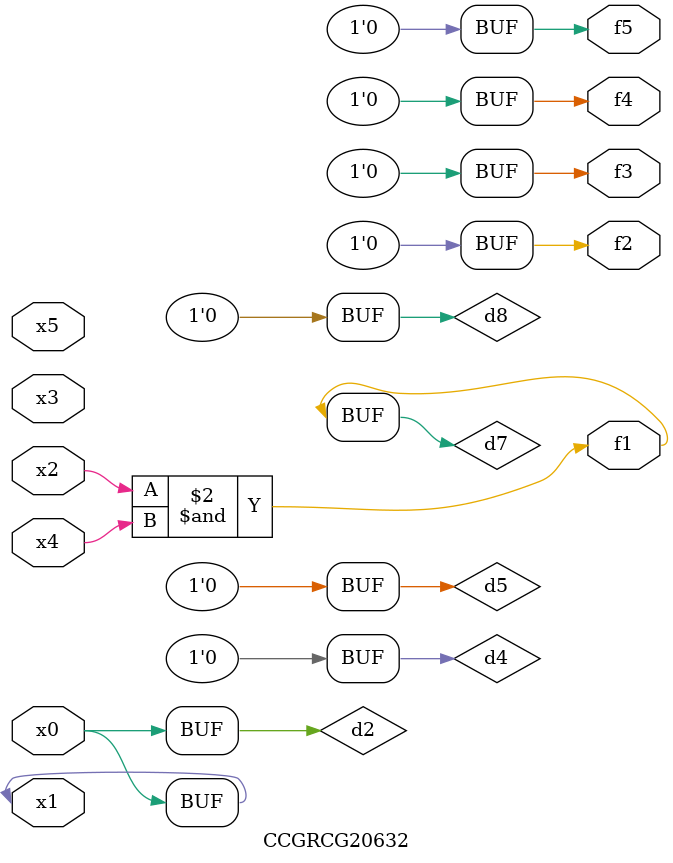
<source format=v>
module CCGRCG20632(
	input x0, x1, x2, x3, x4, x5,
	output f1, f2, f3, f4, f5
);

	wire d1, d2, d3, d4, d5, d6, d7, d8, d9;

	nand (d1, x1);
	buf (d2, x0, x1);
	nand (d3, x2, x4);
	and (d4, d1, d2);
	and (d5, d1, d2);
	nand (d6, d1, d3);
	not (d7, d3);
	xor (d8, d5);
	nor (d9, d5, d6);
	assign f1 = d7;
	assign f2 = d8;
	assign f3 = d8;
	assign f4 = d8;
	assign f5 = d8;
endmodule

</source>
